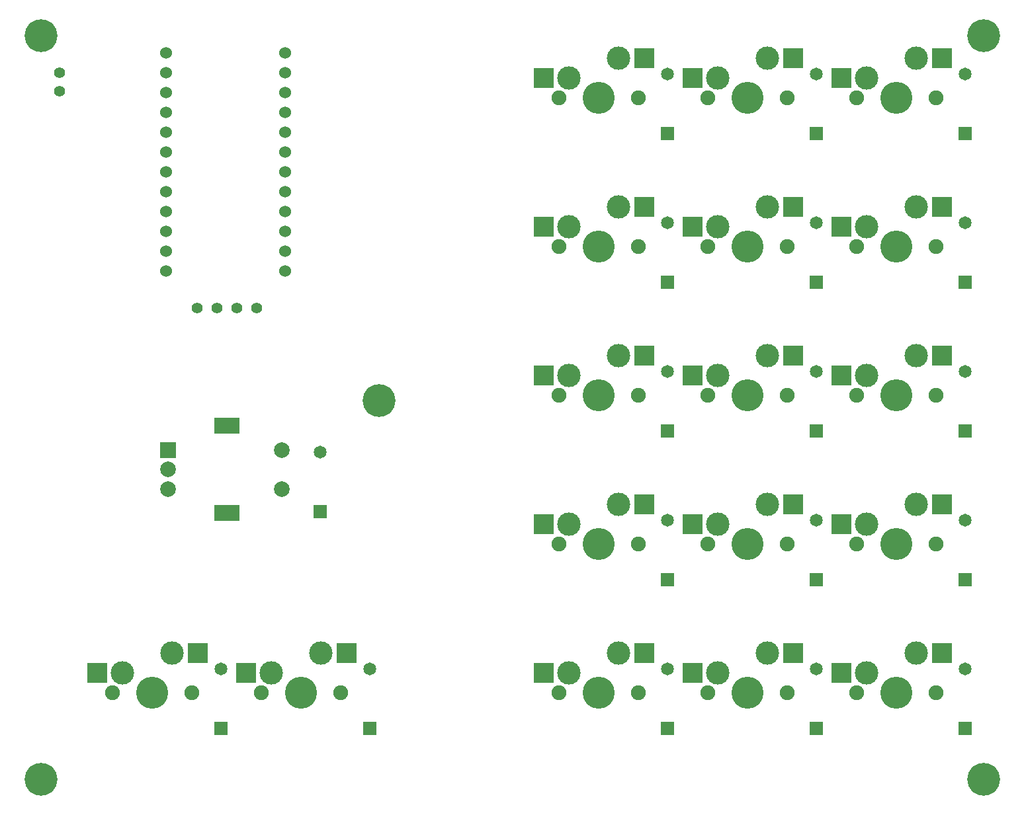
<source format=gbr>
%TF.GenerationSoftware,KiCad,Pcbnew,(5.1.10)-1*%
%TF.CreationDate,2021-07-10T22:05:52+03:00*%
%TF.ProjectId,BedoPadPcb,4265646f-5061-4645-9063-622e6b696361,rev?*%
%TF.SameCoordinates,Original*%
%TF.FileFunction,Soldermask,Bot*%
%TF.FilePolarity,Negative*%
%FSLAX46Y46*%
G04 Gerber Fmt 4.6, Leading zero omitted, Abs format (unit mm)*
G04 Created by KiCad (PCBNEW (5.1.10)-1) date 2021-07-10 22:05:52*
%MOMM*%
%LPD*%
G01*
G04 APERTURE LIST*
%ADD10C,4.200000*%
%ADD11R,1.651000X1.651000*%
%ADD12C,1.651000*%
%ADD13C,1.524000*%
%ADD14C,1.397000*%
%ADD15C,2.000000*%
%ADD16R,3.200000X2.000000*%
%ADD17R,2.000000X2.000000*%
%ADD18C,3.000000*%
%ADD19R,2.550000X2.500000*%
%ADD20C,1.900000*%
%ADD21C,4.100000*%
G04 APERTURE END LIST*
D10*
%TO.C,REF\u002A\u002A*%
X70294500Y-99123500D03*
%TD*%
%TO.C,REF\u002A\u002A*%
X147637500Y-147637500D03*
%TD*%
%TO.C,REF\u002A\u002A*%
X26987500Y-147637500D03*
%TD*%
%TO.C,REF\u002A\u002A*%
X26987500Y-52387500D03*
%TD*%
%TO.C,REF\u002A\u002A*%
X147637500Y-52387500D03*
%TD*%
D11*
%TO.C,D1*%
X62706250Y-113347500D03*
D12*
X62706250Y-105727500D03*
%TD*%
D11*
%TO.C,D2*%
X50006250Y-141128750D03*
D12*
X50006250Y-133508750D03*
%TD*%
D11*
%TO.C,D3*%
X69056250Y-141128750D03*
D12*
X69056250Y-133508750D03*
%TD*%
D11*
%TO.C,D4*%
X107156250Y-64928750D03*
D12*
X107156250Y-57308750D03*
%TD*%
D11*
%TO.C,D5*%
X107156250Y-83978750D03*
D12*
X107156250Y-76358750D03*
%TD*%
D11*
%TO.C,D6*%
X107156250Y-103028750D03*
D12*
X107156250Y-95408750D03*
%TD*%
D11*
%TO.C,D7*%
X107156250Y-122078750D03*
D12*
X107156250Y-114458750D03*
%TD*%
D11*
%TO.C,D8*%
X107156250Y-141128750D03*
D12*
X107156250Y-133508750D03*
%TD*%
D11*
%TO.C,D9*%
X126206250Y-64928750D03*
D12*
X126206250Y-57308750D03*
%TD*%
D11*
%TO.C,D10*%
X126206250Y-83978750D03*
D12*
X126206250Y-76358750D03*
%TD*%
D11*
%TO.C,D11*%
X126206250Y-103028750D03*
D12*
X126206250Y-95408750D03*
%TD*%
D11*
%TO.C,D12*%
X126206250Y-122078750D03*
D12*
X126206250Y-114458750D03*
%TD*%
D11*
%TO.C,D13*%
X126206250Y-141128750D03*
D12*
X126206250Y-133508750D03*
%TD*%
D11*
%TO.C,D14*%
X145256250Y-64928750D03*
D12*
X145256250Y-57308750D03*
%TD*%
D11*
%TO.C,D15*%
X145256250Y-83978750D03*
D12*
X145256250Y-76358750D03*
%TD*%
D11*
%TO.C,D16*%
X145256250Y-103028750D03*
D12*
X145256250Y-95408750D03*
%TD*%
D11*
%TO.C,D17*%
X145256250Y-122078750D03*
D12*
X145256250Y-114458750D03*
%TD*%
D11*
%TO.C,D18*%
X145256250Y-141128750D03*
D12*
X145256250Y-133508750D03*
%TD*%
D13*
%TO.C,U1*%
X43029850Y-54578250D03*
X43029850Y-57118250D03*
X43029850Y-59658250D03*
X43029850Y-62198250D03*
X43029850Y-64738250D03*
X43029850Y-67278250D03*
X43029850Y-69818250D03*
X43029850Y-72358250D03*
X43029850Y-74898250D03*
X43029850Y-77438250D03*
X43029850Y-79978250D03*
X43029850Y-82518250D03*
X58249850Y-82518250D03*
X58249850Y-79978250D03*
X58249850Y-77438250D03*
X58249850Y-74898250D03*
X58249850Y-72358250D03*
X58249850Y-69818250D03*
X58249850Y-67278250D03*
X58249850Y-64738250D03*
X58249850Y-62198250D03*
X58249850Y-59658250D03*
X58249850Y-57118250D03*
X58249850Y-54578250D03*
%TD*%
D14*
%TO.C,H2*%
X29368750Y-59531250D03*
%TD*%
%TO.C,H1*%
X29368750Y-57150000D03*
%TD*%
%TO.C,OL1*%
X46990000Y-87312500D03*
X49530000Y-87312500D03*
X52070000Y-87312500D03*
X54610000Y-87312500D03*
%TD*%
D15*
%TO.C,SW1*%
X57800000Y-110450000D03*
X57800000Y-105450000D03*
D16*
X50800000Y-113550000D03*
X50800000Y-102350000D03*
D15*
X43300000Y-110450000D03*
X43300000Y-107950000D03*
D17*
X43300000Y-105450000D03*
%TD*%
D18*
%TO.C,SW2*%
X43815000Y-131445000D03*
X37465000Y-133985000D03*
D19*
X47117000Y-131445000D03*
D20*
X36195000Y-136525000D03*
X46355000Y-136525000D03*
D21*
X41275000Y-136525000D03*
D19*
X34190000Y-133985000D03*
%TD*%
%TO.C,SW3*%
X53240000Y-133985000D03*
D21*
X60325000Y-136525000D03*
D20*
X65405000Y-136525000D03*
X55245000Y-136525000D03*
D19*
X66167000Y-131445000D03*
D18*
X56515000Y-133985000D03*
X62865000Y-131445000D03*
%TD*%
%TO.C,SW4*%
X100965000Y-55245000D03*
X94615000Y-57785000D03*
D19*
X104267000Y-55245000D03*
D20*
X93345000Y-60325000D03*
X103505000Y-60325000D03*
D21*
X98425000Y-60325000D03*
D19*
X91340000Y-57785000D03*
%TD*%
D18*
%TO.C,SW5*%
X100965000Y-74295000D03*
X94615000Y-76835000D03*
D19*
X104267000Y-74295000D03*
D20*
X93345000Y-79375000D03*
X103505000Y-79375000D03*
D21*
X98425000Y-79375000D03*
D19*
X91340000Y-76835000D03*
%TD*%
%TO.C,SW6*%
X91340000Y-95885000D03*
D21*
X98425000Y-98425000D03*
D20*
X103505000Y-98425000D03*
X93345000Y-98425000D03*
D19*
X104267000Y-93345000D03*
D18*
X94615000Y-95885000D03*
X100965000Y-93345000D03*
%TD*%
%TO.C,SW7*%
X100965000Y-112395000D03*
X94615000Y-114935000D03*
D19*
X104267000Y-112395000D03*
D20*
X93345000Y-117475000D03*
X103505000Y-117475000D03*
D21*
X98425000Y-117475000D03*
D19*
X91340000Y-114935000D03*
%TD*%
%TO.C,SW8*%
X91340000Y-133985000D03*
D21*
X98425000Y-136525000D03*
D20*
X103505000Y-136525000D03*
X93345000Y-136525000D03*
D19*
X104267000Y-131445000D03*
D18*
X94615000Y-133985000D03*
X100965000Y-131445000D03*
%TD*%
D19*
%TO.C,SW9*%
X110390000Y-57785000D03*
D21*
X117475000Y-60325000D03*
D20*
X122555000Y-60325000D03*
X112395000Y-60325000D03*
D19*
X123317000Y-55245000D03*
D18*
X113665000Y-57785000D03*
X120015000Y-55245000D03*
%TD*%
D19*
%TO.C,SW10*%
X110390000Y-76835000D03*
D21*
X117475000Y-79375000D03*
D20*
X122555000Y-79375000D03*
X112395000Y-79375000D03*
D19*
X123317000Y-74295000D03*
D18*
X113665000Y-76835000D03*
X120015000Y-74295000D03*
%TD*%
%TO.C,SW11*%
X120015000Y-93345000D03*
X113665000Y-95885000D03*
D19*
X123317000Y-93345000D03*
D20*
X112395000Y-98425000D03*
X122555000Y-98425000D03*
D21*
X117475000Y-98425000D03*
D19*
X110390000Y-95885000D03*
%TD*%
%TO.C,SW12*%
X110390000Y-114935000D03*
D21*
X117475000Y-117475000D03*
D20*
X122555000Y-117475000D03*
X112395000Y-117475000D03*
D19*
X123317000Y-112395000D03*
D18*
X113665000Y-114935000D03*
X120015000Y-112395000D03*
%TD*%
%TO.C,SW13*%
X120015000Y-131445000D03*
X113665000Y-133985000D03*
D19*
X123317000Y-131445000D03*
D20*
X112395000Y-136525000D03*
X122555000Y-136525000D03*
D21*
X117475000Y-136525000D03*
D19*
X110390000Y-133985000D03*
%TD*%
%TO.C,SW14*%
X129440000Y-57785000D03*
D21*
X136525000Y-60325000D03*
D20*
X141605000Y-60325000D03*
X131445000Y-60325000D03*
D19*
X142367000Y-55245000D03*
D18*
X132715000Y-57785000D03*
X139065000Y-55245000D03*
%TD*%
%TO.C,SW15*%
X139065000Y-74295000D03*
X132715000Y-76835000D03*
D19*
X142367000Y-74295000D03*
D20*
X131445000Y-79375000D03*
X141605000Y-79375000D03*
D21*
X136525000Y-79375000D03*
D19*
X129440000Y-76835000D03*
%TD*%
%TO.C,SW16*%
X129440000Y-95885000D03*
D21*
X136525000Y-98425000D03*
D20*
X141605000Y-98425000D03*
X131445000Y-98425000D03*
D19*
X142367000Y-93345000D03*
D18*
X132715000Y-95885000D03*
X139065000Y-93345000D03*
%TD*%
%TO.C,SW17*%
X139065000Y-112395000D03*
X132715000Y-114935000D03*
D19*
X142367000Y-112395000D03*
D20*
X131445000Y-117475000D03*
X141605000Y-117475000D03*
D21*
X136525000Y-117475000D03*
D19*
X129440000Y-114935000D03*
%TD*%
%TO.C,SW18*%
X129440000Y-133985000D03*
D21*
X136525000Y-136525000D03*
D20*
X141605000Y-136525000D03*
X131445000Y-136525000D03*
D19*
X142367000Y-131445000D03*
D18*
X132715000Y-133985000D03*
X139065000Y-131445000D03*
%TD*%
M02*

</source>
